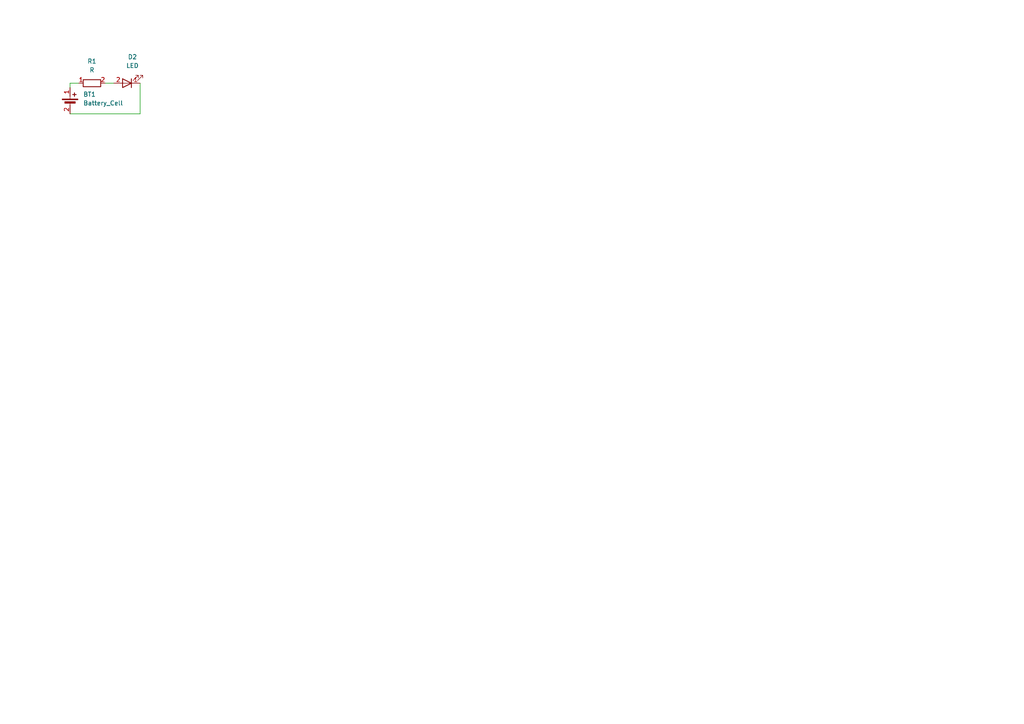
<source format=kicad_sch>
(kicad_sch (version 20231120) (generator "eeschema") (generator_version "8.0")
  (paper "A4")
  (lib_symbols
    (symbol "Device:Battery_Cell" (pin_names (offset 0) hide)
      (property "Reference" "BT" (at 2.54 2.54 0))
      (property "Value" "Battery_Cell" (at 2.54 0 0))
      (symbol "Battery_Cell_0_1"
        (rectangle (start -2.286 1.778) (end 2.286 1.524) (fill (type outline)))
        (rectangle (start -1.524 1.016) (end 1.524 0.508) (fill (type outline)))
        (polyline (pts (xy 0 0.762) (xy 0 0)))
        (polyline (pts (xy 0 1.778) (xy 0 2.54)))
        (polyline (pts (xy 0.762 3.048) (xy 1.778 3.048)) (stroke (width 0.254)))
        (polyline (pts (xy 1.27 3.556) (xy 1.27 2.54)) (stroke (width 0.254)))
      )
      (symbol "Battery_Cell_1_1"
        (pin passive line (at 0 5.08 270) (length 2.54) (name "+") (number "1"))
        (pin passive line (at 0 -2.54 90) (length 2.54) (name "-") (number "2"))
      )
    )
    (symbol "Device:LED" (pin_names (offset 1.016) hide)
      (property "Reference" "D" (at 0 2.54 0))
      (property "Value" "LED" (at 0 -2.54 0))
      (symbol "LED_0_1"
        (polyline (pts (xy -1.27 -1.27) (xy -1.27 1.27)) (stroke (width 0.254)))
        (polyline (pts (xy -1.27 0) (xy 1.27 0)))
        (polyline (pts (xy 1.27 -1.27) (xy 1.27 1.27) (xy -1.27 0) (xy 1.27 -1.27)) (stroke (width 0.254)))
        (polyline (pts (xy -3.048 -0.762) (xy -4.572 -2.286) (xy -3.81 -2.286) (xy -4.572 -2.286) (xy -4.572 -1.524)))
        (polyline (pts (xy -1.778 -0.762) (xy -3.302 -2.286) (xy -2.54 -2.286) (xy -3.302 -2.286) (xy -3.302 -1.524)))
      )
      (symbol "LED_1_1"
        (pin passive line (at -3.81 0 0) (length 2.54) (name "K") (number "1"))
        (pin passive line (at 3.81 0 180) (length 2.54) (name "A") (number "2"))
      )
    )
    (symbol "Device:R" (pin_names (offset 0))
      (property "Reference" "R" (at 2.032 0 90))
      (property "Value" "R" (at 0 0 90))
      (symbol "R_0_1"
        (rectangle (start -1.016 -2.54) (end 1.016 2.54) (stroke (width 0.254)))
      )
      (symbol "R_1_1"
        (pin passive line (at 0 3.81 270) (length 1.27) (name "~") (number "1"))
        (pin passive line (at 0 -3.81 90) (length 1.27) (name "~") (number "2"))
      )
    )
  )
  (wire (pts (xy 22.86 24.13) (xy 20.32 24.13)))
  (wire (pts (xy 20.32 24.13) (xy 20.32 25.4)))
  (wire (pts (xy 20.32 33.02) (xy 40.64 33.02)))
  (wire (pts (xy 40.64 24.13) (xy 40.64 33.02)))
  (wire (pts (xy 30.48 24.13) (xy 33.02 24.13)))
  (symbol (lib_id "Device:LED") (at 36.83 24.13 180) (unit 1)
    (property "Reference" "D2" (at 38.4175 16.51 0))
    (property "Value" "LED" (at 38.4175 19.05 0))
    (property "Footprint" "LED_SMD:LED_0805_2012Metric_Pad1.15x1.40mm_HandSolder" (effects (hide yes)))
    (property "Description" "Light emitting diode" (effects (hide yes)))
  )
  (symbol (lib_id "Device:R") (at 26.67 24.13 90) (unit 1)
    (property "Reference" "R1" (at 26.67 17.78 90))
    (property "Value" "R" (at 26.67 20.32 90))
    (property "Footprint" "Resistor_SMD:R_0805_2012Metric_Pad1.20x1.40mm_HandSolder" (effects (hide yes)))
    (property "Description" "Resistor" (effects (hide yes)))
  )
  (symbol (lib_id "Device:Battery_Cell") (at 20.32 30.48 0) (unit 1)
    (property "Reference" "BT1" (at 24.13 27.3684 0) (effects (justify left)))
    (property "Value" "Battery_Cell" (at 24.13 29.9084 0) (effects (justify left)))
    (property "Footprint" "FS_3_Global_Footprint_Library:MS621FE-FL11E_SEC" (effects (hide yes)))
    (property "Description" "Single-cell battery" (effects (hide yes)))
  )
)
</source>
